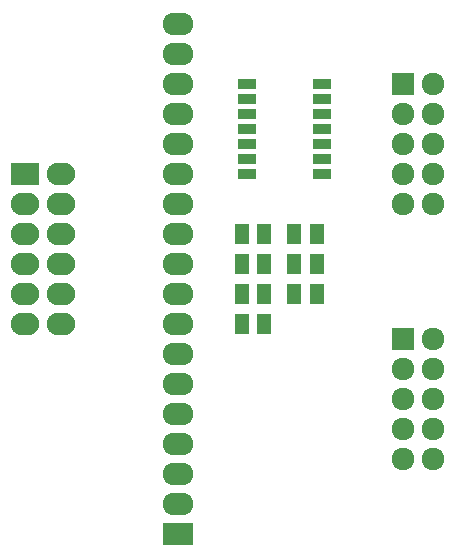
<source format=gts>
G04 (created by PCBNEW (2013-07-07 BZR 4022)-stable) date 07/10/2013 19:16:43*
%MOIN*%
G04 Gerber Fmt 3.4, Leading zero omitted, Abs format*
%FSLAX34Y34*%
G01*
G70*
G90*
G04 APERTURE LIST*
%ADD10C,0.00590551*%
%ADD11R,0.050748X0.070748*%
%ADD12R,0.102348X0.075748*%
%ADD13O,0.102348X0.075748*%
%ADD14R,0.075748X0.075748*%
%ADD15C,0.075748*%
%ADD16R,0.060748X0.035748*%
%ADD17R,0.094448X0.075748*%
%ADD18O,0.094448X0.075748*%
G04 APERTURE END LIST*
G54D10*
G54D11*
X9875Y11000D03*
X10625Y11000D03*
G54D12*
X6000Y1000D03*
G54D13*
X6000Y2000D03*
X6000Y3000D03*
X6000Y4000D03*
X6000Y5000D03*
X6000Y6000D03*
X6000Y7000D03*
X6000Y8000D03*
X6000Y9000D03*
X6000Y10000D03*
X6000Y11000D03*
X6000Y12000D03*
X6000Y13000D03*
X6000Y14000D03*
X6000Y15000D03*
X6000Y16000D03*
X6000Y17000D03*
X6000Y18000D03*
G54D14*
X13500Y16000D03*
G54D15*
X14500Y16000D03*
X13500Y15000D03*
X14500Y15000D03*
X13500Y14000D03*
X14500Y14000D03*
X13500Y13000D03*
X14500Y13000D03*
X13500Y12000D03*
X14500Y12000D03*
G54D14*
X13500Y7500D03*
G54D15*
X14500Y7500D03*
X13500Y6500D03*
X14500Y6500D03*
X13500Y5500D03*
X14500Y5500D03*
X13500Y4500D03*
X14500Y4500D03*
X13500Y3500D03*
X14500Y3500D03*
G54D11*
X8125Y11000D03*
X8875Y11000D03*
G54D16*
X10800Y13000D03*
X10800Y13500D03*
X10800Y14000D03*
X10800Y14500D03*
X10800Y15000D03*
X10800Y15500D03*
X10800Y16000D03*
X8300Y16000D03*
X8300Y15500D03*
X8300Y14500D03*
X8300Y14000D03*
X8300Y13500D03*
X8300Y13000D03*
X8300Y15000D03*
G54D11*
X9875Y10000D03*
X10625Y10000D03*
X9875Y9000D03*
X10625Y9000D03*
X8875Y8000D03*
X8125Y8000D03*
X8875Y10000D03*
X8125Y10000D03*
X8875Y9000D03*
X8125Y9000D03*
G54D17*
X902Y13000D03*
G54D18*
X2098Y13000D03*
X902Y12000D03*
X2098Y12000D03*
X902Y11000D03*
X2098Y11000D03*
X902Y10000D03*
X2098Y10000D03*
X902Y9000D03*
X2098Y9000D03*
X902Y8000D03*
X2098Y8000D03*
M02*

</source>
